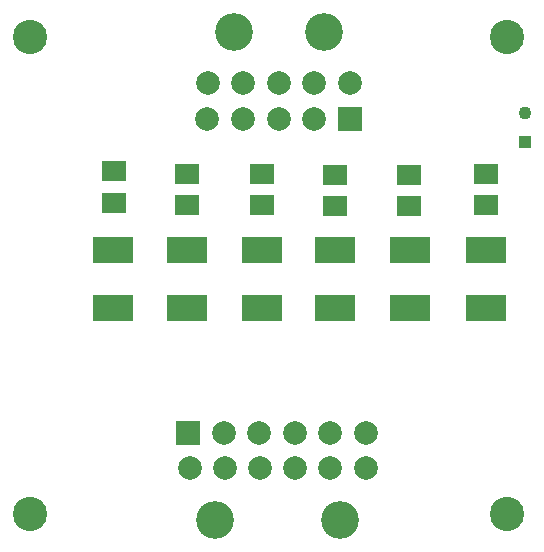
<source format=gts>
G04*
G04 #@! TF.GenerationSoftware,Altium Limited,Altium Designer,20.0.9 (164)*
G04*
G04 Layer_Color=8388736*
%FSLAX25Y25*%
%MOIN*%
G70*
G01*
G75*
%ADD15R,0.13202X0.08517*%
%ADD16R,0.08083X0.06706*%
%ADD17C,0.07887*%
%ADD18R,0.07887X0.07887*%
%ADD19C,0.12611*%
%ADD20C,0.04343*%
%ADD21R,0.04343X0.04343*%
%ADD22C,0.11430*%
D15*
X39370Y99803D02*
D03*
Y80512D02*
D03*
X64252D02*
D03*
Y99803D02*
D03*
X89134D02*
D03*
Y80512D02*
D03*
X138583D02*
D03*
Y99803D02*
D03*
X113386D02*
D03*
Y80512D02*
D03*
X163779Y80512D02*
D03*
Y99803D02*
D03*
D16*
X39764Y126083D02*
D03*
Y115650D02*
D03*
X163784Y114862D02*
D03*
Y125295D02*
D03*
X113386Y124902D02*
D03*
Y114469D02*
D03*
X138189Y114469D02*
D03*
Y124902D02*
D03*
X89138Y125295D02*
D03*
Y114862D02*
D03*
X64256Y114862D02*
D03*
Y125295D02*
D03*
D17*
X123622Y27165D02*
D03*
X111811D02*
D03*
X76378Y38976D02*
D03*
X88189D02*
D03*
X100000D02*
D03*
X123622D02*
D03*
X64961Y27165D02*
D03*
X76772D02*
D03*
X88583D02*
D03*
X111811Y38976D02*
D03*
X100000Y27165D02*
D03*
X94724Y155433D02*
D03*
X71102D02*
D03*
X70709Y143623D02*
D03*
X82913Y155433D02*
D03*
X106535D02*
D03*
X118347D02*
D03*
X82914Y143623D02*
D03*
X94725D02*
D03*
X106536D02*
D03*
D18*
X64567Y38976D02*
D03*
X118347Y143623D02*
D03*
D19*
X115118Y9883D02*
D03*
X73465D02*
D03*
X109843Y172441D02*
D03*
X79606D02*
D03*
D20*
X176772Y145669D02*
D03*
D21*
Y135827D02*
D03*
D22*
X11811Y170866D02*
D03*
Y11811D02*
D03*
X170866D02*
D03*
Y170866D02*
D03*
M02*

</source>
